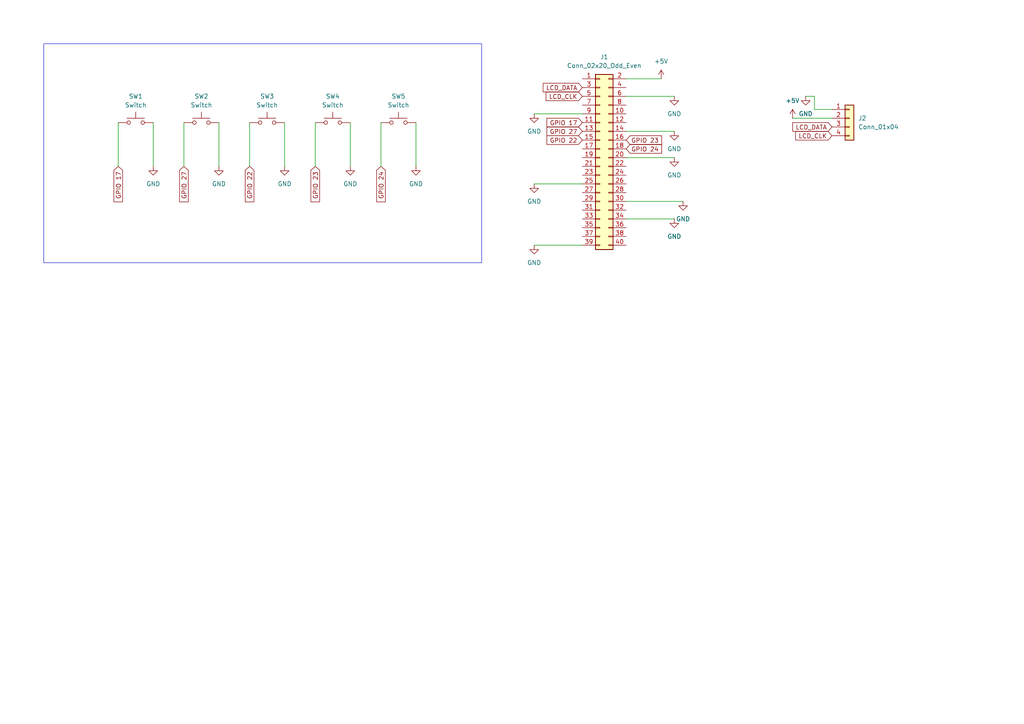
<source format=kicad_sch>
(kicad_sch
	(version 20231120)
	(generator "eeschema")
	(generator_version "8.0")
	(uuid "e264615a-cfc9-4c30-a9bd-ca174a1b283c")
	(paper "A4")
	(lib_symbols
		(symbol "Connector_Generic:Conn_01x04"
			(pin_names
				(offset 1.016) hide)
			(exclude_from_sim no)
			(in_bom yes)
			(on_board yes)
			(property "Reference" "J"
				(at 0 5.08 0)
				(effects
					(font
						(size 1.27 1.27)
					)
				)
			)
			(property "Value" "Conn_01x04"
				(at 0 -7.62 0)
				(effects
					(font
						(size 1.27 1.27)
					)
				)
			)
			(property "Footprint" ""
				(at 0 0 0)
				(effects
					(font
						(size 1.27 1.27)
					)
					(hide yes)
				)
			)
			(property "Datasheet" "~"
				(at 0 0 0)
				(effects
					(font
						(size 1.27 1.27)
					)
					(hide yes)
				)
			)
			(property "Description" "Generic connector, single row, 01x04, script generated (kicad-library-utils/schlib/autogen/connector/)"
				(at 0 0 0)
				(effects
					(font
						(size 1.27 1.27)
					)
					(hide yes)
				)
			)
			(property "ki_keywords" "connector"
				(at 0 0 0)
				(effects
					(font
						(size 1.27 1.27)
					)
					(hide yes)
				)
			)
			(property "ki_fp_filters" "Connector*:*_1x??_*"
				(at 0 0 0)
				(effects
					(font
						(size 1.27 1.27)
					)
					(hide yes)
				)
			)
			(symbol "Conn_01x04_1_1"
				(rectangle
					(start -1.27 -4.953)
					(end 0 -5.207)
					(stroke
						(width 0.1524)
						(type default)
					)
					(fill
						(type none)
					)
				)
				(rectangle
					(start -1.27 -2.413)
					(end 0 -2.667)
					(stroke
						(width 0.1524)
						(type default)
					)
					(fill
						(type none)
					)
				)
				(rectangle
					(start -1.27 0.127)
					(end 0 -0.127)
					(stroke
						(width 0.1524)
						(type default)
					)
					(fill
						(type none)
					)
				)
				(rectangle
					(start -1.27 2.667)
					(end 0 2.413)
					(stroke
						(width 0.1524)
						(type default)
					)
					(fill
						(type none)
					)
				)
				(rectangle
					(start -1.27 3.81)
					(end 1.27 -6.35)
					(stroke
						(width 0.254)
						(type default)
					)
					(fill
						(type background)
					)
				)
				(pin passive line
					(at -5.08 2.54 0)
					(length 3.81)
					(name "Pin_1"
						(effects
							(font
								(size 1.27 1.27)
							)
						)
					)
					(number "1"
						(effects
							(font
								(size 1.27 1.27)
							)
						)
					)
				)
				(pin passive line
					(at -5.08 0 0)
					(length 3.81)
					(name "Pin_2"
						(effects
							(font
								(size 1.27 1.27)
							)
						)
					)
					(number "2"
						(effects
							(font
								(size 1.27 1.27)
							)
						)
					)
				)
				(pin passive line
					(at -5.08 -2.54 0)
					(length 3.81)
					(name "Pin_3"
						(effects
							(font
								(size 1.27 1.27)
							)
						)
					)
					(number "3"
						(effects
							(font
								(size 1.27 1.27)
							)
						)
					)
				)
				(pin passive line
					(at -5.08 -5.08 0)
					(length 3.81)
					(name "Pin_4"
						(effects
							(font
								(size 1.27 1.27)
							)
						)
					)
					(number "4"
						(effects
							(font
								(size 1.27 1.27)
							)
						)
					)
				)
			)
		)
		(symbol "Connector_Generic:Conn_02x20_Odd_Even"
			(pin_names
				(offset 1.016) hide)
			(exclude_from_sim no)
			(in_bom yes)
			(on_board yes)
			(property "Reference" "J"
				(at 1.27 25.4 0)
				(effects
					(font
						(size 1.27 1.27)
					)
				)
			)
			(property "Value" "Conn_02x20_Odd_Even"
				(at 1.27 -27.94 0)
				(effects
					(font
						(size 1.27 1.27)
					)
				)
			)
			(property "Footprint" ""
				(at 0 0 0)
				(effects
					(font
						(size 1.27 1.27)
					)
					(hide yes)
				)
			)
			(property "Datasheet" "~"
				(at 0 0 0)
				(effects
					(font
						(size 1.27 1.27)
					)
					(hide yes)
				)
			)
			(property "Description" "Generic connector, double row, 02x20, odd/even pin numbering scheme (row 1 odd numbers, row 2 even numbers), script generated (kicad-library-utils/schlib/autogen/connector/)"
				(at 0 0 0)
				(effects
					(font
						(size 1.27 1.27)
					)
					(hide yes)
				)
			)
			(property "ki_keywords" "connector"
				(at 0 0 0)
				(effects
					(font
						(size 1.27 1.27)
					)
					(hide yes)
				)
			)
			(property "ki_fp_filters" "Connector*:*_2x??_*"
				(at 0 0 0)
				(effects
					(font
						(size 1.27 1.27)
					)
					(hide yes)
				)
			)
			(symbol "Conn_02x20_Odd_Even_1_1"
				(rectangle
					(start -1.27 -25.273)
					(end 0 -25.527)
					(stroke
						(width 0.1524)
						(type default)
					)
					(fill
						(type none)
					)
				)
				(rectangle
					(start -1.27 -22.733)
					(end 0 -22.987)
					(stroke
						(width 0.1524)
						(type default)
					)
					(fill
						(type none)
					)
				)
				(rectangle
					(start -1.27 -20.193)
					(end 0 -20.447)
					(stroke
						(width 0.1524)
						(type default)
					)
					(fill
						(type none)
					)
				)
				(rectangle
					(start -1.27 -17.653)
					(end 0 -17.907)
					(stroke
						(width 0.1524)
						(type default)
					)
					(fill
						(type none)
					)
				)
				(rectangle
					(start -1.27 -15.113)
					(end 0 -15.367)
					(stroke
						(width 0.1524)
						(type default)
					)
					(fill
						(type none)
					)
				)
				(rectangle
					(start -1.27 -12.573)
					(end 0 -12.827)
					(stroke
						(width 0.1524)
						(type default)
					)
					(fill
						(type none)
					)
				)
				(rectangle
					(start -1.27 -10.033)
					(end 0 -10.287)
					(stroke
						(width 0.1524)
						(type default)
					)
					(fill
						(type none)
					)
				)
				(rectangle
					(start -1.27 -7.493)
					(end 0 -7.747)
					(stroke
						(width 0.1524)
						(type default)
					)
					(fill
						(type none)
					)
				)
				(rectangle
					(start -1.27 -4.953)
					(end 0 -5.207)
					(stroke
						(width 0.1524)
						(type default)
					)
					(fill
						(type none)
					)
				)
				(rectangle
					(start -1.27 -2.413)
					(end 0 -2.667)
					(stroke
						(width 0.1524)
						(type default)
					)
					(fill
						(type none)
					)
				)
				(rectangle
					(start -1.27 0.127)
					(end 0 -0.127)
					(stroke
						(width 0.1524)
						(type default)
					)
					(fill
						(type none)
					)
				)
				(rectangle
					(start -1.27 2.667)
					(end 0 2.413)
					(stroke
						(width 0.1524)
						(type default)
					)
					(fill
						(type none)
					)
				)
				(rectangle
					(start -1.27 5.207)
					(end 0 4.953)
					(stroke
						(width 0.1524)
						(type default)
					)
					(fill
						(type none)
					)
				)
				(rectangle
					(start -1.27 7.747)
					(end 0 7.493)
					(stroke
						(width 0.1524)
						(type default)
					)
					(fill
						(type none)
					)
				)
				(rectangle
					(start -1.27 10.287)
					(end 0 10.033)
					(stroke
						(width 0.1524)
						(type default)
					)
					(fill
						(type none)
					)
				)
				(rectangle
					(start -1.27 12.827)
					(end 0 12.573)
					(stroke
						(width 0.1524)
						(type default)
					)
					(fill
						(type none)
					)
				)
				(rectangle
					(start -1.27 15.367)
					(end 0 15.113)
					(stroke
						(width 0.1524)
						(type default)
					)
					(fill
						(type none)
					)
				)
				(rectangle
					(start -1.27 17.907)
					(end 0 17.653)
					(stroke
						(width 0.1524)
						(type default)
					)
					(fill
						(type none)
					)
				)
				(rectangle
					(start -1.27 20.447)
					(end 0 20.193)
					(stroke
						(width 0.1524)
						(type default)
					)
					(fill
						(type none)
					)
				)
				(rectangle
					(start -1.27 22.987)
					(end 0 22.733)
					(stroke
						(width 0.1524)
						(type default)
					)
					(fill
						(type none)
					)
				)
				(rectangle
					(start -1.27 24.13)
					(end 3.81 -26.67)
					(stroke
						(width 0.254)
						(type default)
					)
					(fill
						(type background)
					)
				)
				(rectangle
					(start 3.81 -25.273)
					(end 2.54 -25.527)
					(stroke
						(width 0.1524)
						(type default)
					)
					(fill
						(type none)
					)
				)
				(rectangle
					(start 3.81 -22.733)
					(end 2.54 -22.987)
					(stroke
						(width 0.1524)
						(type default)
					)
					(fill
						(type none)
					)
				)
				(rectangle
					(start 3.81 -20.193)
					(end 2.54 -20.447)
					(stroke
						(width 0.1524)
						(type default)
					)
					(fill
						(type none)
					)
				)
				(rectangle
					(start 3.81 -17.653)
					(end 2.54 -17.907)
					(stroke
						(width 0.1524)
						(type default)
					)
					(fill
						(type none)
					)
				)
				(rectangle
					(start 3.81 -15.113)
					(end 2.54 -15.367)
					(stroke
						(width 0.1524)
						(type default)
					)
					(fill
						(type none)
					)
				)
				(rectangle
					(start 3.81 -12.573)
					(end 2.54 -12.827)
					(stroke
						(width 0.1524)
						(type default)
					)
					(fill
						(type none)
					)
				)
				(rectangle
					(start 3.81 -10.033)
					(end 2.54 -10.287)
					(stroke
						(width 0.1524)
						(type default)
					)
					(fill
						(type none)
					)
				)
				(rectangle
					(start 3.81 -7.493)
					(end 2.54 -7.747)
					(stroke
						(width 0.1524)
						(type default)
					)
					(fill
						(type none)
					)
				)
				(rectangle
					(start 3.81 -4.953)
					(end 2.54 -5.207)
					(stroke
						(width 0.1524)
						(type default)
					)
					(fill
						(type none)
					)
				)
				(rectangle
					(start 3.81 -2.413)
					(end 2.54 -2.667)
					(stroke
						(width 0.1524)
						(type default)
					)
					(fill
						(type none)
					)
				)
				(rectangle
					(start 3.81 0.127)
					(end 2.54 -0.127)
					(stroke
						(width 0.1524)
						(type default)
					)
					(fill
						(type none)
					)
				)
				(rectangle
					(start 3.81 2.667)
					(end 2.54 2.413)
					(stroke
						(width 0.1524)
						(type default)
					)
					(fill
						(type none)
					)
				)
				(rectangle
					(start 3.81 5.207)
					(end 2.54 4.953)
					(stroke
						(width 0.1524)
						(type default)
					)
					(fill
						(type none)
					)
				)
				(rectangle
					(start 3.81 7.747)
					(end 2.54 7.493)
					(stroke
						(width 0.1524)
						(type default)
					)
					(fill
						(type none)
					)
				)
				(rectangle
					(start 3.81 10.287)
					(end 2.54 10.033)
					(stroke
						(width 0.1524)
						(type default)
					)
					(fill
						(type none)
					)
				)
				(rectangle
					(start 3.81 12.827)
					(end 2.54 12.573)
					(stroke
						(width 0.1524)
						(type default)
					)
					(fill
						(type none)
					)
				)
				(rectangle
					(start 3.81 15.367)
					(end 2.54 15.113)
					(stroke
						(width 0.1524)
						(type default)
					)
					(fill
						(type none)
					)
				)
				(rectangle
					(start 3.81 17.907)
					(end 2.54 17.653)
					(stroke
						(width 0.1524)
						(type default)
					)
					(fill
						(type none)
					)
				)
				(rectangle
					(start 3.81 20.447)
					(end 2.54 20.193)
					(stroke
						(width 0.1524)
						(type default)
					)
					(fill
						(type none)
					)
				)
				(rectangle
					(start 3.81 22.987)
					(end 2.54 22.733)
					(stroke
						(width 0.1524)
						(type default)
					)
					(fill
						(type none)
					)
				)
				(pin passive line
					(at -5.08 22.86 0)
					(length 3.81)
					(name "Pin_1"
						(effects
							(font
								(size 1.27 1.27)
							)
						)
					)
					(number "1"
						(effects
							(font
								(size 1.27 1.27)
							)
						)
					)
				)
				(pin passive line
					(at 7.62 12.7 180)
					(length 3.81)
					(name "Pin_10"
						(effects
							(font
								(size 1.27 1.27)
							)
						)
					)
					(number "10"
						(effects
							(font
								(size 1.27 1.27)
							)
						)
					)
				)
				(pin passive line
					(at -5.08 10.16 0)
					(length 3.81)
					(name "Pin_11"
						(effects
							(font
								(size 1.27 1.27)
							)
						)
					)
					(number "11"
						(effects
							(font
								(size 1.27 1.27)
							)
						)
					)
				)
				(pin passive line
					(at 7.62 10.16 180)
					(length 3.81)
					(name "Pin_12"
						(effects
							(font
								(size 1.27 1.27)
							)
						)
					)
					(number "12"
						(effects
							(font
								(size 1.27 1.27)
							)
						)
					)
				)
				(pin passive line
					(at -5.08 7.62 0)
					(length 3.81)
					(name "Pin_13"
						(effects
							(font
								(size 1.27 1.27)
							)
						)
					)
					(number "13"
						(effects
							(font
								(size 1.27 1.27)
							)
						)
					)
				)
				(pin passive line
					(at 7.62 7.62 180)
					(length 3.81)
					(name "Pin_14"
						(effects
							(font
								(size 1.27 1.27)
							)
						)
					)
					(number "14"
						(effects
							(font
								(size 1.27 1.27)
							)
						)
					)
				)
				(pin passive line
					(at -5.08 5.08 0)
					(length 3.81)
					(name "Pin_15"
						(effects
							(font
								(size 1.27 1.27)
							)
						)
					)
					(number "15"
						(effects
							(font
								(size 1.27 1.27)
							)
						)
					)
				)
				(pin passive line
					(at 7.62 5.08 180)
					(length 3.81)
					(name "Pin_16"
						(effects
							(font
								(size 1.27 1.27)
							)
						)
					)
					(number "16"
						(effects
							(font
								(size 1.27 1.27)
							)
						)
					)
				)
				(pin passive line
					(at -5.08 2.54 0)
					(length 3.81)
					(name "Pin_17"
						(effects
							(font
								(size 1.27 1.27)
							)
						)
					)
					(number "17"
						(effects
							(font
								(size 1.27 1.27)
							)
						)
					)
				)
				(pin passive line
					(at 7.62 2.54 180)
					(length 3.81)
					(name "Pin_18"
						(effects
							(font
								(size 1.27 1.27)
							)
						)
					)
					(number "18"
						(effects
							(font
								(size 1.27 1.27)
							)
						)
					)
				)
				(pin passive line
					(at -5.08 0 0)
					(length 3.81)
					(name "Pin_19"
						(effects
							(font
								(size 1.27 1.27)
							)
						)
					)
					(number "19"
						(effects
							(font
								(size 1.27 1.27)
							)
						)
					)
				)
				(pin passive line
					(at 7.62 22.86 180)
					(length 3.81)
					(name "Pin_2"
						(effects
							(font
								(size 1.27 1.27)
							)
						)
					)
					(number "2"
						(effects
							(font
								(size 1.27 1.27)
							)
						)
					)
				)
				(pin passive line
					(at 7.62 0 180)
					(length 3.81)
					(name "Pin_20"
						(effects
							(font
								(size 1.27 1.27)
							)
						)
					)
					(number "20"
						(effects
							(font
								(size 1.27 1.27)
							)
						)
					)
				)
				(pin passive line
					(at -5.08 -2.54 0)
					(length 3.81)
					(name "Pin_21"
						(effects
							(font
								(size 1.27 1.27)
							)
						)
					)
					(number "21"
						(effects
							(font
								(size 1.27 1.27)
							)
						)
					)
				)
				(pin passive line
					(at 7.62 -2.54 180)
					(length 3.81)
					(name "Pin_22"
						(effects
							(font
								(size 1.27 1.27)
							)
						)
					)
					(number "22"
						(effects
							(font
								(size 1.27 1.27)
							)
						)
					)
				)
				(pin passive line
					(at -5.08 -5.08 0)
					(length 3.81)
					(name "Pin_23"
						(effects
							(font
								(size 1.27 1.27)
							)
						)
					)
					(number "23"
						(effects
							(font
								(size 1.27 1.27)
							)
						)
					)
				)
				(pin passive line
					(at 7.62 -5.08 180)
					(length 3.81)
					(name "Pin_24"
						(effects
							(font
								(size 1.27 1.27)
							)
						)
					)
					(number "24"
						(effects
							(font
								(size 1.27 1.27)
							)
						)
					)
				)
				(pin passive line
					(at -5.08 -7.62 0)
					(length 3.81)
					(name "Pin_25"
						(effects
							(font
								(size 1.27 1.27)
							)
						)
					)
					(number "25"
						(effects
							(font
								(size 1.27 1.27)
							)
						)
					)
				)
				(pin passive line
					(at 7.62 -7.62 180)
					(length 3.81)
					(name "Pin_26"
						(effects
							(font
								(size 1.27 1.27)
							)
						)
					)
					(number "26"
						(effects
							(font
								(size 1.27 1.27)
							)
						)
					)
				)
				(pin passive line
					(at -5.08 -10.16 0)
					(length 3.81)
					(name "Pin_27"
						(effects
							(font
								(size 1.27 1.27)
							)
						)
					)
					(number "27"
						(effects
							(font
								(size 1.27 1.27)
							)
						)
					)
				)
				(pin passive line
					(at 7.62 -10.16 180)
					(length 3.81)
					(name "Pin_28"
						(effects
							(font
								(size 1.27 1.27)
							)
						)
					)
					(number "28"
						(effects
							(font
								(size 1.27 1.27)
							)
						)
					)
				)
				(pin passive line
					(at -5.08 -12.7 0)
					(length 3.81)
					(name "Pin_29"
						(effects
							(font
								(size 1.27 1.27)
							)
						)
					)
					(number "29"
						(effects
							(font
								(size 1.27 1.27)
							)
						)
					)
				)
				(pin passive line
					(at -5.08 20.32 0)
					(length 3.81)
					(name "Pin_3"
						(effects
							(font
								(size 1.27 1.27)
							)
						)
					)
					(number "3"
						(effects
							(font
								(size 1.27 1.27)
							)
						)
					)
				)
				(pin passive line
					(at 7.62 -12.7 180)
					(length 3.81)
					(name "Pin_30"
						(effects
							(font
								(size 1.27 1.27)
							)
						)
					)
					(number "30"
						(effects
							(font
								(size 1.27 1.27)
							)
						)
					)
				)
				(pin passive line
					(at -5.08 -15.24 0)
					(length 3.81)
					(name "Pin_31"
						(effects
							(font
								(size 1.27 1.27)
							)
						)
					)
					(number "31"
						(effects
							(font
								(size 1.27 1.27)
							)
						)
					)
				)
				(pin passive line
					(at 7.62 -15.24 180)
					(length 3.81)
					(name "Pin_32"
						(effects
							(font
								(size 1.27 1.27)
							)
						)
					)
					(number "32"
						(effects
							(font
								(size 1.27 1.27)
							)
						)
					)
				)
				(pin passive line
					(at -5.08 -17.78 0)
					(length 3.81)
					(name "Pin_33"
						(effects
							(font
								(size 1.27 1.27)
							)
						)
					)
					(number "33"
						(effects
							(font
								(size 1.27 1.27)
							)
						)
					)
				)
				(pin passive line
					(at 7.62 -17.78 180)
					(length 3.81)
					(name "Pin_34"
						(effects
							(font
								(size 1.27 1.27)
							)
						)
					)
					(number "34"
						(effects
							(font
								(size 1.27 1.27)
							)
						)
					)
				)
				(pin passive line
					(at -5.08 -20.32 0)
					(length 3.81)
					(name "Pin_35"
						(effects
							(font
								(size 1.27 1.27)
							)
						)
					)
					(number "35"
						(effects
							(font
								(size 1.27 1.27)
							)
						)
					)
				)
				(pin passive line
					(at 7.62 -20.32 180)
					(length 3.81)
					(name "Pin_36"
						(effects
							(font
								(size 1.27 1.27)
							)
						)
					)
					(number "36"
						(effects
							(font
								(size 1.27 1.27)
							)
						)
					)
				)
				(pin passive line
					(at -5.08 -22.86 0)
					(length 3.81)
					(name "Pin_37"
						(effects
							(font
								(size 1.27 1.27)
							)
						)
					)
					(number "37"
						(effects
							(font
								(size 1.27 1.27)
							)
						)
					)
				)
				(pin passive line
					(at 7.62 -22.86 180)
					(length 3.81)
					(name "Pin_38"
						(effects
							(font
								(size 1.27 1.27)
							)
						)
					)
					(number "38"
						(effects
							(font
								(size 1.27 1.27)
							)
						)
					)
				)
				(pin passive line
					(at -5.08 -25.4 0)
					(length 3.81)
					(name "Pin_39"
						(effects
							(font
								(size 1.27 1.27)
							)
						)
					)
					(number "39"
						(effects
							(font
								(size 1.27 1.27)
							)
						)
					)
				)
				(pin passive line
					(at 7.62 20.32 180)
					(length 3.81)
					(name "Pin_4"
						(effects
							(font
								(size 1.27 1.27)
							)
						)
					)
					(number "4"
						(effects
							(font
								(size 1.27 1.27)
							)
						)
					)
				)
				(pin passive line
					(at 7.62 -25.4 180)
					(length 3.81)
					(name "Pin_40"
						(effects
							(font
								(size 1.27 1.27)
							)
						)
					)
					(number "40"
						(effects
							(font
								(size 1.27 1.27)
							)
						)
					)
				)
				(pin passive line
					(at -5.08 17.78 0)
					(length 3.81)
					(name "Pin_5"
						(effects
							(font
								(size 1.27 1.27)
							)
						)
					)
					(number "5"
						(effects
							(font
								(size 1.27 1.27)
							)
						)
					)
				)
				(pin passive line
					(at 7.62 17.78 180)
					(length 3.81)
					(name "Pin_6"
						(effects
							(font
								(size 1.27 1.27)
							)
						)
					)
					(number "6"
						(effects
							(font
								(size 1.27 1.27)
							)
						)
					)
				)
				(pin passive line
					(at -5.08 15.24 0)
					(length 3.81)
					(name "Pin_7"
						(effects
							(font
								(size 1.27 1.27)
							)
						)
					)
					(number "7"
						(effects
							(font
								(size 1.27 1.27)
							)
						)
					)
				)
				(pin passive line
					(at 7.62 15.24 180)
					(length 3.81)
					(name "Pin_8"
						(effects
							(font
								(size 1.27 1.27)
							)
						)
					)
					(number "8"
						(effects
							(font
								(size 1.27 1.27)
							)
						)
					)
				)
				(pin passive line
					(at -5.08 12.7 0)
					(length 3.81)
					(name "Pin_9"
						(effects
							(font
								(size 1.27 1.27)
							)
						)
					)
					(number "9"
						(effects
							(font
								(size 1.27 1.27)
							)
						)
					)
				)
			)
		)
		(symbol "ScottoKeebs:Placeholder_Switch"
			(pin_numbers hide)
			(pin_names
				(offset 1.016) hide)
			(exclude_from_sim no)
			(in_bom yes)
			(on_board yes)
			(property "Reference" "SW"
				(at 1.27 2.54 0)
				(effects
					(font
						(size 1.27 1.27)
					)
					(justify left)
				)
			)
			(property "Value" "Switch"
				(at 0 -1.524 0)
				(effects
					(font
						(size 1.27 1.27)
					)
				)
			)
			(property "Footprint" ""
				(at 0 5.08 0)
				(effects
					(font
						(size 1.27 1.27)
					)
					(hide yes)
				)
			)
			(property "Datasheet" "~"
				(at 0 5.08 0)
				(effects
					(font
						(size 1.27 1.27)
					)
					(hide yes)
				)
			)
			(property "Description" "Push button switch, generic, two pins"
				(at 0 0 0)
				(effects
					(font
						(size 1.27 1.27)
					)
					(hide yes)
				)
			)
			(property "ki_keywords" "switch normally-open pushbutton push-button"
				(at 0 0 0)
				(effects
					(font
						(size 1.27 1.27)
					)
					(hide yes)
				)
			)
			(symbol "Placeholder_Switch_0_1"
				(circle
					(center -2.032 0)
					(radius 0.508)
					(stroke
						(width 0)
						(type default)
					)
					(fill
						(type none)
					)
				)
				(polyline
					(pts
						(xy 0 1.27) (xy 0 3.048)
					)
					(stroke
						(width 0)
						(type default)
					)
					(fill
						(type none)
					)
				)
				(polyline
					(pts
						(xy 2.54 1.27) (xy -2.54 1.27)
					)
					(stroke
						(width 0)
						(type default)
					)
					(fill
						(type none)
					)
				)
				(circle
					(center 2.032 0)
					(radius 0.508)
					(stroke
						(width 0)
						(type default)
					)
					(fill
						(type none)
					)
				)
				(pin passive line
					(at -5.08 0 0)
					(length 2.54)
					(name "1"
						(effects
							(font
								(size 1.27 1.27)
							)
						)
					)
					(number "1"
						(effects
							(font
								(size 1.27 1.27)
							)
						)
					)
				)
				(pin passive line
					(at 5.08 0 180)
					(length 2.54)
					(name "2"
						(effects
							(font
								(size 1.27 1.27)
							)
						)
					)
					(number "2"
						(effects
							(font
								(size 1.27 1.27)
							)
						)
					)
				)
			)
		)
		(symbol "power:+5V"
			(power)
			(pin_numbers hide)
			(pin_names
				(offset 0) hide)
			(exclude_from_sim no)
			(in_bom yes)
			(on_board yes)
			(property "Reference" "#PWR"
				(at 0 -3.81 0)
				(effects
					(font
						(size 1.27 1.27)
					)
					(hide yes)
				)
			)
			(property "Value" "+5V"
				(at 0 3.556 0)
				(effects
					(font
						(size 1.27 1.27)
					)
				)
			)
			(property "Footprint" ""
				(at 0 0 0)
				(effects
					(font
						(size 1.27 1.27)
					)
					(hide yes)
				)
			)
			(property "Datasheet" ""
				(at 0 0 0)
				(effects
					(font
						(size 1.27 1.27)
					)
					(hide yes)
				)
			)
			(property "Description" "Power symbol creates a global label with name \"+5V\""
				(at 0 0 0)
				(effects
					(font
						(size 1.27 1.27)
					)
					(hide yes)
				)
			)
			(property "ki_keywords" "global power"
				(at 0 0 0)
				(effects
					(font
						(size 1.27 1.27)
					)
					(hide yes)
				)
			)
			(symbol "+5V_0_1"
				(polyline
					(pts
						(xy -0.762 1.27) (xy 0 2.54)
					)
					(stroke
						(width 0)
						(type default)
					)
					(fill
						(type none)
					)
				)
				(polyline
					(pts
						(xy 0 0) (xy 0 2.54)
					)
					(stroke
						(width 0)
						(type default)
					)
					(fill
						(type none)
					)
				)
				(polyline
					(pts
						(xy 0 2.54) (xy 0.762 1.27)
					)
					(stroke
						(width 0)
						(type default)
					)
					(fill
						(type none)
					)
				)
			)
			(symbol "+5V_1_1"
				(pin power_in line
					(at 0 0 90)
					(length 0)
					(name "~"
						(effects
							(font
								(size 1.27 1.27)
							)
						)
					)
					(number "1"
						(effects
							(font
								(size 1.27 1.27)
							)
						)
					)
				)
			)
		)
		(symbol "power:GND"
			(power)
			(pin_numbers hide)
			(pin_names
				(offset 0) hide)
			(exclude_from_sim no)
			(in_bom yes)
			(on_board yes)
			(property "Reference" "#PWR"
				(at 0 -6.35 0)
				(effects
					(font
						(size 1.27 1.27)
					)
					(hide yes)
				)
			)
			(property "Value" "GND"
				(at 0 -3.81 0)
				(effects
					(font
						(size 1.27 1.27)
					)
				)
			)
			(property "Footprint" ""
				(at 0 0 0)
				(effects
					(font
						(size 1.27 1.27)
					)
					(hide yes)
				)
			)
			(property "Datasheet" ""
				(at 0 0 0)
				(effects
					(font
						(size 1.27 1.27)
					)
					(hide yes)
				)
			)
			(property "Description" "Power symbol creates a global label with name \"GND\" , ground"
				(at 0 0 0)
				(effects
					(font
						(size 1.27 1.27)
					)
					(hide yes)
				)
			)
			(property "ki_keywords" "global power"
				(at 0 0 0)
				(effects
					(font
						(size 1.27 1.27)
					)
					(hide yes)
				)
			)
			(symbol "GND_0_1"
				(polyline
					(pts
						(xy 0 0) (xy 0 -1.27) (xy 1.27 -1.27) (xy 0 -2.54) (xy -1.27 -1.27) (xy 0 -1.27)
					)
					(stroke
						(width 0)
						(type default)
					)
					(fill
						(type none)
					)
				)
			)
			(symbol "GND_1_1"
				(pin power_in line
					(at 0 0 270)
					(length 0)
					(name "~"
						(effects
							(font
								(size 1.27 1.27)
							)
						)
					)
					(number "1"
						(effects
							(font
								(size 1.27 1.27)
							)
						)
					)
				)
			)
		)
	)
	(wire
		(pts
			(xy 91.44 35.56) (xy 91.44 48.26)
		)
		(stroke
			(width 0)
			(type default)
		)
		(uuid "046f3afe-db12-4559-9e15-dc51e1f360fa")
	)
	(wire
		(pts
			(xy 34.29 35.56) (xy 34.29 48.26)
		)
		(stroke
			(width 0)
			(type default)
		)
		(uuid "05e1dcea-6a41-41f3-92ba-22aed6f466b9")
	)
	(wire
		(pts
			(xy 154.94 33.02) (xy 168.91 33.02)
		)
		(stroke
			(width 0)
			(type default)
		)
		(uuid "1b3bbb1c-e95e-476a-abbf-d731fd32dec1")
	)
	(wire
		(pts
			(xy 44.45 35.56) (xy 44.45 48.26)
		)
		(stroke
			(width 0)
			(type default)
		)
		(uuid "2c49c08c-9c33-42db-8bd8-e337b637b5c2")
	)
	(wire
		(pts
			(xy 236.22 27.94) (xy 236.22 31.75)
		)
		(stroke
			(width 0)
			(type default)
		)
		(uuid "31f7ea5d-822b-4c0b-9e3f-98b289c5ef1e")
	)
	(wire
		(pts
			(xy 82.55 35.56) (xy 82.55 48.26)
		)
		(stroke
			(width 0)
			(type default)
		)
		(uuid "49d4a8d0-7f41-4306-85f9-206c0990cd65")
	)
	(wire
		(pts
			(xy 191.77 22.86) (xy 181.61 22.86)
		)
		(stroke
			(width 0)
			(type default)
		)
		(uuid "7b6925c0-0302-4d2b-a989-d60124b66cda")
	)
	(wire
		(pts
			(xy 120.65 35.56) (xy 120.65 48.26)
		)
		(stroke
			(width 0)
			(type default)
		)
		(uuid "8b2dd447-754e-4ac7-b162-52badb22d703")
	)
	(wire
		(pts
			(xy 195.58 27.94) (xy 181.61 27.94)
		)
		(stroke
			(width 0)
			(type default)
		)
		(uuid "9381b2c4-be73-44f7-b5c6-a64076949b4a")
	)
	(wire
		(pts
			(xy 53.34 35.56) (xy 53.34 48.26)
		)
		(stroke
			(width 0)
			(type default)
		)
		(uuid "94211727-aea2-411e-9b39-a2d1be8694ea")
	)
	(wire
		(pts
			(xy 195.58 38.1) (xy 181.61 38.1)
		)
		(stroke
			(width 0)
			(type default)
		)
		(uuid "961804d4-7428-43aa-9b3c-e8633ea65b40")
	)
	(wire
		(pts
			(xy 110.49 35.56) (xy 110.49 48.26)
		)
		(stroke
			(width 0)
			(type default)
		)
		(uuid "9d40dba9-c6c3-4638-a2ca-4e4c0f41d2bf")
	)
	(wire
		(pts
			(xy 154.94 71.12) (xy 168.91 71.12)
		)
		(stroke
			(width 0)
			(type default)
		)
		(uuid "a8dbc8d1-fb41-4bb5-ae60-39d09ddbf912")
	)
	(wire
		(pts
			(xy 198.12 58.42) (xy 181.61 58.42)
		)
		(stroke
			(width 0)
			(type default)
		)
		(uuid "b5ed48a6-b3b3-49b7-981f-68c0cd89ce56")
	)
	(wire
		(pts
			(xy 101.6 35.56) (xy 101.6 48.26)
		)
		(stroke
			(width 0)
			(type default)
		)
		(uuid "b6c88186-b6e5-48e8-9a3f-0396eed134f1")
	)
	(wire
		(pts
			(xy 195.58 63.5) (xy 181.61 63.5)
		)
		(stroke
			(width 0)
			(type default)
		)
		(uuid "c099d523-8871-43af-9223-f1b8f7c042b7")
	)
	(wire
		(pts
			(xy 72.39 35.56) (xy 72.39 48.26)
		)
		(stroke
			(width 0)
			(type default)
		)
		(uuid "c46681b1-cb69-450b-b613-e0df8899343c")
	)
	(wire
		(pts
			(xy 154.94 53.34) (xy 168.91 53.34)
		)
		(stroke
			(width 0)
			(type default)
		)
		(uuid "ccbefa39-c679-4de6-b1da-d9bdc64bc5e9")
	)
	(wire
		(pts
			(xy 195.58 45.72) (xy 181.61 45.72)
		)
		(stroke
			(width 0)
			(type default)
		)
		(uuid "cee0df8b-3fa3-4643-9b95-ddaa648d37d8")
	)
	(wire
		(pts
			(xy 63.5 35.56) (xy 63.5 48.26)
		)
		(stroke
			(width 0)
			(type default)
		)
		(uuid "d69dd72f-4394-4d5a-96c2-54f58895286e")
	)
	(wire
		(pts
			(xy 233.68 27.94) (xy 236.22 27.94)
		)
		(stroke
			(width 0)
			(type default)
		)
		(uuid "d6b747bf-03e6-403c-8e01-df7040147b9c")
	)
	(wire
		(pts
			(xy 236.22 31.75) (xy 241.3 31.75)
		)
		(stroke
			(width 0)
			(type default)
		)
		(uuid "f075de82-d9f2-49d9-b9df-fed5cdf493c7")
	)
	(wire
		(pts
			(xy 229.87 34.29) (xy 241.3 34.29)
		)
		(stroke
			(width 0)
			(type default)
		)
		(uuid "f9f18182-8dee-453a-a8b2-e4c1d56b5a6d")
	)
	(rectangle
		(start 12.7 12.7)
		(end 139.7 76.2)
		(stroke
			(width 0.127)
			(type default)
		)
		(fill
			(type none)
		)
		(uuid 3646c9c7-232a-47ef-b786-c4ab09303947)
	)
	(global_label "GPIO 27"
		(shape input)
		(at 168.91 38.1 180)
		(fields_autoplaced yes)
		(effects
			(font
				(size 1.27 1.27)
			)
			(justify right)
		)
		(uuid "13548c8f-9dfb-47c6-b058-b633bd92a500")
		(property "Intersheetrefs" "${INTERSHEET_REFS}"
			(at 158.0629 38.1 0)
			(effects
				(font
					(size 1.27 1.27)
				)
				(justify right)
				(hide yes)
			)
		)
	)
	(global_label "GPIO 27"
		(shape input)
		(at 53.34 48.26 270)
		(fields_autoplaced yes)
		(effects
			(font
				(size 1.27 1.27)
			)
			(justify right)
		)
		(uuid "586e0cfe-4af4-4afb-b7d3-02fba4e9eb03")
		(property "Intersheetrefs" "${INTERSHEET_REFS}"
			(at 53.34 59.1071 90)
			(effects
				(font
					(size 1.27 1.27)
				)
				(justify right)
				(hide yes)
			)
		)
	)
	(global_label "GPIO 17"
		(shape input)
		(at 168.91 35.56 180)
		(fields_autoplaced yes)
		(effects
			(font
				(size 1.27 1.27)
			)
			(justify right)
		)
		(uuid "65362c9c-152e-411f-af4f-6344c5ee6ec5")
		(property "Intersheetrefs" "${INTERSHEET_REFS}"
			(at 158.0629 35.56 0)
			(effects
				(font
					(size 1.27 1.27)
				)
				(justify right)
				(hide yes)
			)
		)
	)
	(global_label "GPIO 22"
		(shape input)
		(at 168.91 40.64 180)
		(fields_autoplaced yes)
		(effects
			(font
				(size 1.27 1.27)
			)
			(justify right)
		)
		(uuid "78ed6c82-cfef-467e-8acc-ad5f435fa1ed")
		(property "Intersheetrefs" "${INTERSHEET_REFS}"
			(at 158.0629 40.64 0)
			(effects
				(font
					(size 1.27 1.27)
				)
				(justify right)
				(hide yes)
			)
		)
	)
	(global_label "GPIO 17"
		(shape input)
		(at 34.29 48.26 270)
		(fields_autoplaced yes)
		(effects
			(font
				(size 1.27 1.27)
			)
			(justify right)
		)
		(uuid "81cd23dc-e13e-4355-9008-7fbe74545770")
		(property "Intersheetrefs" "${INTERSHEET_REFS}"
			(at 34.29 59.1071 90)
			(effects
				(font
					(size 1.27 1.27)
				)
				(justify right)
				(hide yes)
			)
		)
	)
	(global_label "GPIO 24"
		(shape input)
		(at 110.49 48.26 270)
		(fields_autoplaced yes)
		(effects
			(font
				(size 1.27 1.27)
			)
			(justify right)
		)
		(uuid "8b77b3c2-4cd5-4190-a9d8-ac46947a8e1d")
		(property "Intersheetrefs" "${INTERSHEET_REFS}"
			(at 110.49 59.1071 90)
			(effects
				(font
					(size 1.27 1.27)
				)
				(justify right)
				(hide yes)
			)
		)
	)
	(global_label "GPIO 23"
		(shape input)
		(at 91.44 48.26 270)
		(fields_autoplaced yes)
		(effects
			(font
				(size 1.27 1.27)
			)
			(justify right)
		)
		(uuid "9fbbd7b5-eb78-4e8b-b63a-a2d821018984")
		(property "Intersheetrefs" "${INTERSHEET_REFS}"
			(at 91.44 59.1071 90)
			(effects
				(font
					(size 1.27 1.27)
				)
				(justify right)
				(hide yes)
			)
		)
	)
	(global_label "LCD_DATA"
		(shape input)
		(at 168.91 25.4 180)
		(fields_autoplaced yes)
		(effects
			(font
				(size 1.27 1.27)
			)
			(justify right)
		)
		(uuid "a04f0e8a-6ab2-43f8-912d-5de3d364dcdc")
		(property "Intersheetrefs" "${INTERSHEET_REFS}"
			(at 156.9743 25.4 0)
			(effects
				(font
					(size 1.27 1.27)
				)
				(justify right)
				(hide yes)
			)
		)
	)
	(global_label "LCD_DATA"
		(shape input)
		(at 241.3 36.83 180)
		(fields_autoplaced yes)
		(effects
			(font
				(size 1.27 1.27)
			)
			(justify right)
		)
		(uuid "b190b037-4197-4171-b7fc-82d48b25a4ce")
		(property "Intersheetrefs" "${INTERSHEET_REFS}"
			(at 229.3643 36.83 0)
			(effects
				(font
					(size 1.27 1.27)
				)
				(justify right)
				(hide yes)
			)
		)
	)
	(global_label "GPIO 23"
		(shape input)
		(at 181.61 40.64 0)
		(fields_autoplaced yes)
		(effects
			(font
				(size 1.27 1.27)
			)
			(justify left)
		)
		(uuid "e10d1ee3-1b9c-4223-8711-990a157a209d")
		(property "Intersheetrefs" "${INTERSHEET_REFS}"
			(at 192.4571 40.64 0)
			(effects
				(font
					(size 1.27 1.27)
				)
				(justify left)
				(hide yes)
			)
		)
	)
	(global_label "LCD_CLK"
		(shape input)
		(at 241.3 39.37 180)
		(fields_autoplaced yes)
		(effects
			(font
				(size 1.27 1.27)
			)
			(justify right)
		)
		(uuid "e441ad67-6d6c-483a-aa00-0e198ee08a5c")
		(property "Intersheetrefs" "${INTERSHEET_REFS}"
			(at 230.211 39.37 0)
			(effects
				(font
					(size 1.27 1.27)
				)
				(justify right)
				(hide yes)
			)
		)
	)
	(global_label "GPIO 22"
		(shape input)
		(at 72.39 48.26 270)
		(fields_autoplaced yes)
		(effects
			(font
				(size 1.27 1.27)
			)
			(justify right)
		)
		(uuid "ee376c50-9025-4f58-8938-aa9b45a76ba3")
		(property "Intersheetrefs" "${INTERSHEET_REFS}"
			(at 72.39 59.1071 90)
			(effects
				(font
					(size 1.27 1.27)
				)
				(justify right)
				(hide yes)
			)
		)
	)
	(global_label "GPIO 24"
		(shape input)
		(at 181.61 43.18 0)
		(fields_autoplaced yes)
		(effects
			(font
				(size 1.27 1.27)
			)
			(justify left)
		)
		(uuid "f18b16cb-17ed-4886-8a55-4e76e6a43d2a")
		(property "Intersheetrefs" "${INTERSHEET_REFS}"
			(at 192.4571 43.18 0)
			(effects
				(font
					(size 1.27 1.27)
				)
				(justify left)
				(hide yes)
			)
		)
	)
	(global_label "LCD_CLK"
		(shape input)
		(at 168.91 27.94 180)
		(fields_autoplaced yes)
		(effects
			(font
				(size 1.27 1.27)
			)
			(justify right)
		)
		(uuid "fea22f0c-b9c5-424f-a6e1-42f4548bc40f")
		(property "Intersheetrefs" "${INTERSHEET_REFS}"
			(at 157.821 27.94 0)
			(effects
				(font
					(size 1.27 1.27)
				)
				(justify right)
				(hide yes)
			)
		)
	)
	(symbol
		(lib_id "power:GND")
		(at 195.58 45.72 0)
		(unit 1)
		(exclude_from_sim no)
		(in_bom yes)
		(on_board yes)
		(dnp no)
		(fields_autoplaced yes)
		(uuid "0037fe4d-c6ca-43f7-9e47-a990a4a77dfc")
		(property "Reference" "#PWR010"
			(at 195.58 52.07 0)
			(effects
				(font
					(size 1.27 1.27)
				)
				(hide yes)
			)
		)
		(property "Value" "GND"
			(at 195.58 50.8 0)
			(effects
				(font
					(size 1.27 1.27)
				)
			)
		)
		(property "Footprint" ""
			(at 195.58 45.72 0)
			(effects
				(font
					(size 1.27 1.27)
				)
				(hide yes)
			)
		)
		(property "Datasheet" ""
			(at 195.58 45.72 0)
			(effects
				(font
					(size 1.27 1.27)
				)
				(hide yes)
			)
		)
		(property "Description" "Power symbol creates a global label with name \"GND\" , ground"
			(at 195.58 45.72 0)
			(effects
				(font
					(size 1.27 1.27)
				)
				(hide yes)
			)
		)
		(pin "1"
			(uuid "70abde12-e672-4d2d-a8a4-52eb16b6c189")
		)
		(instances
			(project "media-thingy"
				(path "/e264615a-cfc9-4c30-a9bd-ca174a1b283c"
					(reference "#PWR010")
					(unit 1)
				)
			)
		)
	)
	(symbol
		(lib_id "ScottoKeebs:Placeholder_Switch")
		(at 77.47 35.56 0)
		(unit 1)
		(exclude_from_sim no)
		(in_bom yes)
		(on_board yes)
		(dnp no)
		(fields_autoplaced yes)
		(uuid "039bd54e-d243-474b-ac85-38c8d35b862f")
		(property "Reference" "SW3"
			(at 77.47 27.94 0)
			(effects
				(font
					(size 1.27 1.27)
				)
			)
		)
		(property "Value" "Switch"
			(at 77.47 30.48 0)
			(effects
				(font
					(size 1.27 1.27)
				)
			)
		)
		(property "Footprint" "ScottoKeebs_Hotswap:Hotswap_MX"
			(at 77.47 30.48 0)
			(effects
				(font
					(size 1.27 1.27)
				)
				(hide yes)
			)
		)
		(property "Datasheet" "~"
			(at 77.47 30.48 0)
			(effects
				(font
					(size 1.27 1.27)
				)
				(hide yes)
			)
		)
		(property "Description" "Push button switch, generic, two pins"
			(at 77.47 35.56 0)
			(effects
				(font
					(size 1.27 1.27)
				)
				(hide yes)
			)
		)
		(pin "1"
			(uuid "9dc7c855-0960-4efe-8a30-a1c1f874a4ad")
		)
		(pin "2"
			(uuid "b06a356f-8577-4ad7-bece-6e0cb5a5aeaa")
		)
		(instances
			(project "media-thingy"
				(path "/e264615a-cfc9-4c30-a9bd-ca174a1b283c"
					(reference "SW3")
					(unit 1)
				)
			)
		)
	)
	(symbol
		(lib_id "power:GND")
		(at 120.65 48.26 0)
		(unit 1)
		(exclude_from_sim no)
		(in_bom yes)
		(on_board yes)
		(dnp no)
		(fields_autoplaced yes)
		(uuid "084026ce-7906-458e-9361-a26749525de1")
		(property "Reference" "#PWR06"
			(at 120.65 54.61 0)
			(effects
				(font
					(size 1.27 1.27)
				)
				(hide yes)
			)
		)
		(property "Value" "GND"
			(at 120.65 53.34 0)
			(effects
				(font
					(size 1.27 1.27)
				)
			)
		)
		(property "Footprint" ""
			(at 120.65 48.26 0)
			(effects
				(font
					(size 1.27 1.27)
				)
				(hide yes)
			)
		)
		(property "Datasheet" ""
			(at 120.65 48.26 0)
			(effects
				(font
					(size 1.27 1.27)
				)
				(hide yes)
			)
		)
		(property "Description" "Power symbol creates a global label with name \"GND\" , ground"
			(at 120.65 48.26 0)
			(effects
				(font
					(size 1.27 1.27)
				)
				(hide yes)
			)
		)
		(pin "1"
			(uuid "245778ea-bef0-41fa-a98f-b0ab78b65638")
		)
		(instances
			(project "media-thingy"
				(path "/e264615a-cfc9-4c30-a9bd-ca174a1b283c"
					(reference "#PWR06")
					(unit 1)
				)
			)
		)
	)
	(symbol
		(lib_id "power:+5V")
		(at 229.87 34.29 0)
		(unit 1)
		(exclude_from_sim no)
		(in_bom yes)
		(on_board yes)
		(dnp no)
		(fields_autoplaced yes)
		(uuid "1ec04bdb-bd4f-4a54-8fda-3eb666e45429")
		(property "Reference" "#PWR016"
			(at 229.87 38.1 0)
			(effects
				(font
					(size 1.27 1.27)
				)
				(hide yes)
			)
		)
		(property "Value" "+5V"
			(at 229.87 29.21 0)
			(effects
				(font
					(size 1.27 1.27)
				)
			)
		)
		(property "Footprint" ""
			(at 229.87 34.29 0)
			(effects
				(font
					(size 1.27 1.27)
				)
				(hide yes)
			)
		)
		(property "Datasheet" ""
			(at 229.87 34.29 0)
			(effects
				(font
					(size 1.27 1.27)
				)
				(hide yes)
			)
		)
		(property "Description" "Power symbol creates a global label with name \"+5V\""
			(at 229.87 34.29 0)
			(effects
				(font
					(size 1.27 1.27)
				)
				(hide yes)
			)
		)
		(pin "1"
			(uuid "c0b4e03d-f807-48cc-a0c3-96722a4304c2")
		)
		(instances
			(project "media-thingy"
				(path "/e264615a-cfc9-4c30-a9bd-ca174a1b283c"
					(reference "#PWR016")
					(unit 1)
				)
			)
		)
	)
	(symbol
		(lib_id "power:GND")
		(at 63.5 48.26 0)
		(unit 1)
		(exclude_from_sim no)
		(in_bom yes)
		(on_board yes)
		(dnp no)
		(fields_autoplaced yes)
		(uuid "28f5e417-6664-478f-b112-94585cc4dab1")
		(property "Reference" "#PWR03"
			(at 63.5 54.61 0)
			(effects
				(font
					(size 1.27 1.27)
				)
				(hide yes)
			)
		)
		(property "Value" "GND"
			(at 63.5 53.34 0)
			(effects
				(font
					(size 1.27 1.27)
				)
			)
		)
		(property "Footprint" ""
			(at 63.5 48.26 0)
			(effects
				(font
					(size 1.27 1.27)
				)
				(hide yes)
			)
		)
		(property "Datasheet" ""
			(at 63.5 48.26 0)
			(effects
				(font
					(size 1.27 1.27)
				)
				(hide yes)
			)
		)
		(property "Description" "Power symbol creates a global label with name \"GND\" , ground"
			(at 63.5 48.26 0)
			(effects
				(font
					(size 1.27 1.27)
				)
				(hide yes)
			)
		)
		(pin "1"
			(uuid "7ad5efc2-7d9a-42c8-aae3-6e3119a0d43a")
		)
		(instances
			(project "media-thingy"
				(path "/e264615a-cfc9-4c30-a9bd-ca174a1b283c"
					(reference "#PWR03")
					(unit 1)
				)
			)
		)
	)
	(symbol
		(lib_id "power:GND")
		(at 195.58 63.5 0)
		(unit 1)
		(exclude_from_sim no)
		(in_bom yes)
		(on_board yes)
		(dnp no)
		(fields_autoplaced yes)
		(uuid "37705c12-ab7d-4a9e-89e2-5eea99a4b069")
		(property "Reference" "#PWR08"
			(at 195.58 69.85 0)
			(effects
				(font
					(size 1.27 1.27)
				)
				(hide yes)
			)
		)
		(property "Value" "GND"
			(at 195.58 68.58 0)
			(effects
				(font
					(size 1.27 1.27)
				)
			)
		)
		(property "Footprint" ""
			(at 195.58 63.5 0)
			(effects
				(font
					(size 1.27 1.27)
				)
				(hide yes)
			)
		)
		(property "Datasheet" ""
			(at 195.58 63.5 0)
			(effects
				(font
					(size 1.27 1.27)
				)
				(hide yes)
			)
		)
		(property "Description" "Power symbol creates a global label with name \"GND\" , ground"
			(at 195.58 63.5 0)
			(effects
				(font
					(size 1.27 1.27)
				)
				(hide yes)
			)
		)
		(pin "1"
			(uuid "d5b35189-9693-41f3-ae6f-953861c868a9")
		)
		(instances
			(project "media-thingy"
				(path "/e264615a-cfc9-4c30-a9bd-ca174a1b283c"
					(reference "#PWR08")
					(unit 1)
				)
			)
		)
	)
	(symbol
		(lib_id "power:GND")
		(at 154.94 71.12 0)
		(unit 1)
		(exclude_from_sim no)
		(in_bom yes)
		(on_board yes)
		(dnp no)
		(fields_autoplaced yes)
		(uuid "3a6eda4f-2e74-4bf3-9e24-89d6753acd0e")
		(property "Reference" "#PWR07"
			(at 154.94 77.47 0)
			(effects
				(font
					(size 1.27 1.27)
				)
				(hide yes)
			)
		)
		(property "Value" "GND"
			(at 154.94 76.2 0)
			(effects
				(font
					(size 1.27 1.27)
				)
			)
		)
		(property "Footprint" ""
			(at 154.94 71.12 0)
			(effects
				(font
					(size 1.27 1.27)
				)
				(hide yes)
			)
		)
		(property "Datasheet" ""
			(at 154.94 71.12 0)
			(effects
				(font
					(size 1.27 1.27)
				)
				(hide yes)
			)
		)
		(property "Description" "Power symbol creates a global label with name \"GND\" , ground"
			(at 154.94 71.12 0)
			(effects
				(font
					(size 1.27 1.27)
				)
				(hide yes)
			)
		)
		(pin "1"
			(uuid "74457c99-54d8-4357-824f-ff7afada3668")
		)
		(instances
			(project "media-thingy"
				(path "/e264615a-cfc9-4c30-a9bd-ca174a1b283c"
					(reference "#PWR07")
					(unit 1)
				)
			)
		)
	)
	(symbol
		(lib_id "power:GND")
		(at 154.94 53.34 0)
		(unit 1)
		(exclude_from_sim no)
		(in_bom yes)
		(on_board yes)
		(dnp no)
		(fields_autoplaced yes)
		(uuid "3d08fd45-7855-4c97-afc9-daa4afbf8069")
		(property "Reference" "#PWR01"
			(at 154.94 59.69 0)
			(effects
				(font
					(size 1.27 1.27)
				)
				(hide yes)
			)
		)
		(property "Value" "GND"
			(at 154.94 58.42 0)
			(effects
				(font
					(size 1.27 1.27)
				)
			)
		)
		(property "Footprint" ""
			(at 154.94 53.34 0)
			(effects
				(font
					(size 1.27 1.27)
				)
				(hide yes)
			)
		)
		(property "Datasheet" ""
			(at 154.94 53.34 0)
			(effects
				(font
					(size 1.27 1.27)
				)
				(hide yes)
			)
		)
		(property "Description" "Power symbol creates a global label with name \"GND\" , ground"
			(at 154.94 53.34 0)
			(effects
				(font
					(size 1.27 1.27)
				)
				(hide yes)
			)
		)
		(pin "1"
			(uuid "62e164a3-c754-4861-960f-2de16a84a9af")
		)
		(instances
			(project "media-thingy"
				(path "/e264615a-cfc9-4c30-a9bd-ca174a1b283c"
					(reference "#PWR01")
					(unit 1)
				)
			)
		)
	)
	(symbol
		(lib_id "ScottoKeebs:Placeholder_Switch")
		(at 96.52 35.56 0)
		(unit 1)
		(exclude_from_sim no)
		(in_bom yes)
		(on_board yes)
		(dnp no)
		(fields_autoplaced yes)
		(uuid "60aae27e-87c0-4d17-bae5-810381796404")
		(property "Reference" "SW4"
			(at 96.52 27.94 0)
			(effects
				(font
					(size 1.27 1.27)
				)
			)
		)
		(property "Value" "Switch"
			(at 96.52 30.48 0)
			(effects
				(font
					(size 1.27 1.27)
				)
			)
		)
		(property "Footprint" "ScottoKeebs_Hotswap:Hotswap_MX"
			(at 96.52 30.48 0)
			(effects
				(font
					(size 1.27 1.27)
				)
				(hide yes)
			)
		)
		(property "Datasheet" "~"
			(at 96.52 30.48 0)
			(effects
				(font
					(size 1.27 1.27)
				)
				(hide yes)
			)
		)
		(property "Description" "Push button switch, generic, two pins"
			(at 96.52 35.56 0)
			(effects
				(font
					(size 1.27 1.27)
				)
				(hide yes)
			)
		)
		(pin "1"
			(uuid "593f8689-d227-441f-bf6d-7c57a494ba7d")
		)
		(pin "2"
			(uuid "7041a1fa-b4c5-4860-aaf0-b41cc8de923f")
		)
		(instances
			(project "media-thingy"
				(path "/e264615a-cfc9-4c30-a9bd-ca174a1b283c"
					(reference "SW4")
					(unit 1)
				)
			)
		)
	)
	(symbol
		(lib_id "ScottoKeebs:Placeholder_Switch")
		(at 115.57 35.56 0)
		(unit 1)
		(exclude_from_sim no)
		(in_bom yes)
		(on_board yes)
		(dnp no)
		(fields_autoplaced yes)
		(uuid "67acb3d7-c05c-4380-b6b9-21ba08d85140")
		(property "Reference" "SW5"
			(at 115.57 27.94 0)
			(effects
				(font
					(size 1.27 1.27)
				)
			)
		)
		(property "Value" "Switch"
			(at 115.57 30.48 0)
			(effects
				(font
					(size 1.27 1.27)
				)
			)
		)
		(property "Footprint" "ScottoKeebs_Hotswap:Hotswap_MX"
			(at 115.57 30.48 0)
			(effects
				(font
					(size 1.27 1.27)
				)
				(hide yes)
			)
		)
		(property "Datasheet" "~"
			(at 115.57 30.48 0)
			(effects
				(font
					(size 1.27 1.27)
				)
				(hide yes)
			)
		)
		(property "Description" "Push button switch, generic, two pins"
			(at 115.57 35.56 0)
			(effects
				(font
					(size 1.27 1.27)
				)
				(hide yes)
			)
		)
		(pin "1"
			(uuid "3d389a5a-9d13-4c0a-b084-50ef71545621")
		)
		(pin "2"
			(uuid "bf2838c5-c431-4944-9bf4-73a3533222f8")
		)
		(instances
			(project "media-thingy"
				(path "/e264615a-cfc9-4c30-a9bd-ca174a1b283c"
					(reference "SW5")
					(unit 1)
				)
			)
		)
	)
	(symbol
		(lib_id "ScottoKeebs:Placeholder_Switch")
		(at 39.37 35.56 0)
		(unit 1)
		(exclude_from_sim no)
		(in_bom yes)
		(on_board yes)
		(dnp no)
		(fields_autoplaced yes)
		(uuid "759a2094-8a93-4c5b-9d4c-0fcb3e6f1912")
		(property "Reference" "SW1"
			(at 39.37 27.94 0)
			(effects
				(font
					(size 1.27 1.27)
				)
			)
		)
		(property "Value" "Switch"
			(at 39.37 30.48 0)
			(effects
				(font
					(size 1.27 1.27)
				)
			)
		)
		(property "Footprint" "ScottoKeebs_Hotswap:Hotswap_MX"
			(at 39.37 30.48 0)
			(effects
				(font
					(size 1.27 1.27)
				)
				(hide yes)
			)
		)
		(property "Datasheet" "~"
			(at 39.37 30.48 0)
			(effects
				(font
					(size 1.27 1.27)
				)
				(hide yes)
			)
		)
		(property "Description" "Push button switch, generic, two pins"
			(at 39.37 35.56 0)
			(effects
				(font
					(size 1.27 1.27)
				)
				(hide yes)
			)
		)
		(pin "1"
			(uuid "804b01fe-930c-4706-bee3-7814916e2de2")
		)
		(pin "2"
			(uuid "57363b76-f44f-4d4a-bbc5-4ee1006274fb")
		)
		(instances
			(project ""
				(path "/e264615a-cfc9-4c30-a9bd-ca174a1b283c"
					(reference "SW1")
					(unit 1)
				)
			)
		)
	)
	(symbol
		(lib_id "power:GND")
		(at 154.94 33.02 0)
		(unit 1)
		(exclude_from_sim no)
		(in_bom yes)
		(on_board yes)
		(dnp no)
		(fields_autoplaced yes)
		(uuid "789e7c5a-52fe-4e80-a7d2-f819ff411428")
		(property "Reference" "#PWR013"
			(at 154.94 39.37 0)
			(effects
				(font
					(size 1.27 1.27)
				)
				(hide yes)
			)
		)
		(property "Value" "GND"
			(at 154.94 38.1 0)
			(effects
				(font
					(size 1.27 1.27)
				)
			)
		)
		(property "Footprint" ""
			(at 154.94 33.02 0)
			(effects
				(font
					(size 1.27 1.27)
				)
				(hide yes)
			)
		)
		(property "Datasheet" ""
			(at 154.94 33.02 0)
			(effects
				(font
					(size 1.27 1.27)
				)
				(hide yes)
			)
		)
		(property "Description" "Power symbol creates a global label with name \"GND\" , ground"
			(at 154.94 33.02 0)
			(effects
				(font
					(size 1.27 1.27)
				)
				(hide yes)
			)
		)
		(pin "1"
			(uuid "ed00f456-aa65-4a7e-9aa5-7dd8ff6780f1")
		)
		(instances
			(project "media-thingy"
				(path "/e264615a-cfc9-4c30-a9bd-ca174a1b283c"
					(reference "#PWR013")
					(unit 1)
				)
			)
		)
	)
	(symbol
		(lib_id "power:GND")
		(at 233.68 27.94 0)
		(unit 1)
		(exclude_from_sim no)
		(in_bom yes)
		(on_board yes)
		(dnp no)
		(fields_autoplaced yes)
		(uuid "7b1d20ba-b5ae-420c-92d3-c689e5345ec9")
		(property "Reference" "#PWR017"
			(at 233.68 34.29 0)
			(effects
				(font
					(size 1.27 1.27)
				)
				(hide yes)
			)
		)
		(property "Value" "GND"
			(at 233.68 33.02 0)
			(effects
				(font
					(size 1.27 1.27)
				)
			)
		)
		(property "Footprint" ""
			(at 233.68 27.94 0)
			(effects
				(font
					(size 1.27 1.27)
				)
				(hide yes)
			)
		)
		(property "Datasheet" ""
			(at 233.68 27.94 0)
			(effects
				(font
					(size 1.27 1.27)
				)
				(hide yes)
			)
		)
		(property "Description" "Power symbol creates a global label with name \"GND\" , ground"
			(at 233.68 27.94 0)
			(effects
				(font
					(size 1.27 1.27)
				)
				(hide yes)
			)
		)
		(pin "1"
			(uuid "fea06c5a-7a74-4f1e-941e-ebec15c7f048")
		)
		(instances
			(project "media-thingy"
				(path "/e264615a-cfc9-4c30-a9bd-ca174a1b283c"
					(reference "#PWR017")
					(unit 1)
				)
			)
		)
	)
	(symbol
		(lib_id "power:GND")
		(at 198.12 58.42 0)
		(unit 1)
		(exclude_from_sim no)
		(in_bom yes)
		(on_board yes)
		(dnp no)
		(fields_autoplaced yes)
		(uuid "986f5634-134a-4324-a949-1f93679232be")
		(property "Reference" "#PWR09"
			(at 198.12 64.77 0)
			(effects
				(font
					(size 1.27 1.27)
				)
				(hide yes)
			)
		)
		(property "Value" "GND"
			(at 198.12 63.5 0)
			(effects
				(font
					(size 1.27 1.27)
				)
			)
		)
		(property "Footprint" ""
			(at 198.12 58.42 0)
			(effects
				(font
					(size 1.27 1.27)
				)
				(hide yes)
			)
		)
		(property "Datasheet" ""
			(at 198.12 58.42 0)
			(effects
				(font
					(size 1.27 1.27)
				)
				(hide yes)
			)
		)
		(property "Description" "Power symbol creates a global label with name \"GND\" , ground"
			(at 198.12 58.42 0)
			(effects
				(font
					(size 1.27 1.27)
				)
				(hide yes)
			)
		)
		(pin "1"
			(uuid "c0415079-a54a-44b7-b1d0-c5c04827fbc0")
		)
		(instances
			(project "media-thingy"
				(path "/e264615a-cfc9-4c30-a9bd-ca174a1b283c"
					(reference "#PWR09")
					(unit 1)
				)
			)
		)
	)
	(symbol
		(lib_id "power:GND")
		(at 195.58 27.94 0)
		(unit 1)
		(exclude_from_sim no)
		(in_bom yes)
		(on_board yes)
		(dnp no)
		(fields_autoplaced yes)
		(uuid "a7d4dd42-1463-4325-9b1c-24f704617205")
		(property "Reference" "#PWR012"
			(at 195.58 34.29 0)
			(effects
				(font
					(size 1.27 1.27)
				)
				(hide yes)
			)
		)
		(property "Value" "GND"
			(at 195.58 33.02 0)
			(effects
				(font
					(size 1.27 1.27)
				)
			)
		)
		(property "Footprint" ""
			(at 195.58 27.94 0)
			(effects
				(font
					(size 1.27 1.27)
				)
				(hide yes)
			)
		)
		(property "Datasheet" ""
			(at 195.58 27.94 0)
			(effects
				(font
					(size 1.27 1.27)
				)
				(hide yes)
			)
		)
		(property "Description" "Power symbol creates a global label with name \"GND\" , ground"
			(at 195.58 27.94 0)
			(effects
				(font
					(size 1.27 1.27)
				)
				(hide yes)
			)
		)
		(pin "1"
			(uuid "cb4a40f1-93fe-421f-a5af-43d866a35083")
		)
		(instances
			(project "media-thingy"
				(path "/e264615a-cfc9-4c30-a9bd-ca174a1b283c"
					(reference "#PWR012")
					(unit 1)
				)
			)
		)
	)
	(symbol
		(lib_id "power:GND")
		(at 101.6 48.26 0)
		(unit 1)
		(exclude_from_sim no)
		(in_bom yes)
		(on_board yes)
		(dnp no)
		(fields_autoplaced yes)
		(uuid "ae7d93c0-cdd3-4e35-8a87-1e2a063cf58c")
		(property "Reference" "#PWR05"
			(at 101.6 54.61 0)
			(effects
				(font
					(size 1.27 1.27)
				)
				(hide yes)
			)
		)
		(property "Value" "GND"
			(at 101.6 53.34 0)
			(effects
				(font
					(size 1.27 1.27)
				)
			)
		)
		(property "Footprint" ""
			(at 101.6 48.26 0)
			(effects
				(font
					(size 1.27 1.27)
				)
				(hide yes)
			)
		)
		(property "Datasheet" ""
			(at 101.6 48.26 0)
			(effects
				(font
					(size 1.27 1.27)
				)
				(hide yes)
			)
		)
		(property "Description" "Power symbol creates a global label with name \"GND\" , ground"
			(at 101.6 48.26 0)
			(effects
				(font
					(size 1.27 1.27)
				)
				(hide yes)
			)
		)
		(pin "1"
			(uuid "e8e62b41-0541-443c-bcf9-a4b899db5b62")
		)
		(instances
			(project "media-thingy"
				(path "/e264615a-cfc9-4c30-a9bd-ca174a1b283c"
					(reference "#PWR05")
					(unit 1)
				)
			)
		)
	)
	(symbol
		(lib_id "power:+5V")
		(at 191.77 22.86 0)
		(unit 1)
		(exclude_from_sim no)
		(in_bom yes)
		(on_board yes)
		(dnp no)
		(fields_autoplaced yes)
		(uuid "b368061e-528f-4439-9a65-2f2439f317fc")
		(property "Reference" "#PWR014"
			(at 191.77 26.67 0)
			(effects
				(font
					(size 1.27 1.27)
				)
				(hide yes)
			)
		)
		(property "Value" "+5V"
			(at 191.77 17.78 0)
			(effects
				(font
					(size 1.27 1.27)
				)
			)
		)
		(property "Footprint" ""
			(at 191.77 22.86 0)
			(effects
				(font
					(size 1.27 1.27)
				)
				(hide yes)
			)
		)
		(property "Datasheet" ""
			(at 191.77 22.86 0)
			(effects
				(font
					(size 1.27 1.27)
				)
				(hide yes)
			)
		)
		(property "Description" "Power symbol creates a global label with name \"+5V\""
			(at 191.77 22.86 0)
			(effects
				(font
					(size 1.27 1.27)
				)
				(hide yes)
			)
		)
		(pin "1"
			(uuid "d7e69a99-37aa-420e-8353-2f6d564c441f")
		)
		(instances
			(project ""
				(path "/e264615a-cfc9-4c30-a9bd-ca174a1b283c"
					(reference "#PWR014")
					(unit 1)
				)
			)
		)
	)
	(symbol
		(lib_id "Connector_Generic:Conn_02x20_Odd_Even")
		(at 173.99 45.72 0)
		(unit 1)
		(exclude_from_sim no)
		(in_bom yes)
		(on_board yes)
		(dnp no)
		(fields_autoplaced yes)
		(uuid "c2e1da79-9725-4b5c-a247-a7f5a90b77a8")
		(property "Reference" "J1"
			(at 175.26 16.51 0)
			(effects
				(font
					(size 1.27 1.27)
				)
			)
		)
		(property "Value" "Conn_02x20_Odd_Even"
			(at 175.26 19.05 0)
			(effects
				(font
					(size 1.27 1.27)
				)
			)
		)
		(property "Footprint" "Connector_PinSocket_2.54mm:PinSocket_2x20_P2.54mm_Vertical"
			(at 173.99 45.72 0)
			(effects
				(font
					(size 1.27 1.27)
				)
				(hide yes)
			)
		)
		(property "Datasheet" "~"
			(at 173.99 45.72 0)
			(effects
				(font
					(size 1.27 1.27)
				)
				(hide yes)
			)
		)
		(property "Description" "Generic connector, double row, 02x20, odd/even pin numbering scheme (row 1 odd numbers, row 2 even numbers), script generated (kicad-library-utils/schlib/autogen/connector/)"
			(at 173.99 45.72 0)
			(effects
				(font
					(size 1.27 1.27)
				)
				(hide yes)
			)
		)
		(pin "37"
			(uuid "f9e9f895-8d5b-4ab6-a44b-274940b9064d")
		)
		(pin "38"
			(uuid "af7ad909-a8f2-4ea5-9581-55a21fb680fa")
		)
		(pin "39"
			(uuid "a59ac534-14c3-49ba-b769-fea845f92da4")
		)
		(pin "4"
			(uuid "c470c7ff-5376-4cd8-ad77-664a9c5bf638")
		)
		(pin "40"
			(uuid "c5a69cbb-a3d5-4d24-a098-028f025a7ca9")
		)
		(pin "5"
			(uuid "5c0041e7-5fa8-4455-9713-23b64451fff8")
		)
		(pin "6"
			(uuid "d2cf0a7a-fd2c-4a2d-9fe7-16c9df620f31")
		)
		(pin "7"
			(uuid "0f03c361-3f19-49fe-b09c-952ee2cab845")
		)
		(pin "8"
			(uuid "dadce856-7e9d-4c58-9304-77781d91c68e")
		)
		(pin "9"
			(uuid "23973697-2e23-4e51-a9be-6fb3f577dd46")
		)
		(pin "3"
			(uuid "432f0fb9-f7df-4b18-a606-59233c76c0b2")
		)
		(pin "2"
			(uuid "431ec5a2-d850-46fd-bb4a-0eae011e15cc")
		)
		(pin "21"
			(uuid "31bf7fdf-c5ba-4863-a0ea-5f298d03c5da")
		)
		(pin "28"
			(uuid "e766d13c-41e3-4f35-acea-891a436d4141")
		)
		(pin "20"
			(uuid "b0d22f16-680b-4043-96d0-f4474f33e0f3")
		)
		(pin "18"
			(uuid "f8c03f9f-ac2f-4dda-a2ea-7120931cba5a")
		)
		(pin "15"
			(uuid "291069d9-6fe3-4151-a9ec-3c995ecced96")
		)
		(pin "26"
			(uuid "a30fc25b-845c-44f0-bc02-9d70a6b77f8c")
		)
		(pin "31"
			(uuid "c6a01499-f4da-466d-9642-aa9129e3cbf4")
		)
		(pin "22"
			(uuid "b4cda7c9-2eb4-447b-ad06-bf457e7481fd")
		)
		(pin "11"
			(uuid "ba3cb67e-8c95-4cfa-b3ee-46b9fb3b60a9")
		)
		(pin "16"
			(uuid "c3534955-9669-4d76-b1e2-1800e3d94b3c")
		)
		(pin "10"
			(uuid "1b242e7a-9982-4d90-b80a-4bdbd7884f9a")
		)
		(pin "12"
			(uuid "86169a6f-4a7b-4132-8988-d66b9d32b5b3")
		)
		(pin "14"
			(uuid "2861a67b-be41-4f43-8ab3-d166dbfa4bfc")
		)
		(pin "35"
			(uuid "9c35d147-ddfa-4f0b-813a-05f773c78792")
		)
		(pin "13"
			(uuid "f794776a-048f-41b9-a225-5a952e065e62")
		)
		(pin "34"
			(uuid "62041015-1328-40ce-b24b-db57793ebc33")
		)
		(pin "29"
			(uuid "a9b5bee7-324b-4936-9c7d-39c15d922b5b")
		)
		(pin "17"
			(uuid "8b3fe609-5b65-4bfa-bf09-19e27e855633")
		)
		(pin "25"
			(uuid "7a1e7f2e-eda1-40af-a83b-bb71787a4485")
		)
		(pin "19"
			(uuid "bcd057d1-2805-48f2-b9f9-d5823b38b8eb")
		)
		(pin "33"
			(uuid "74a5713e-8807-4f9c-9b0a-fa38d0b91631")
		)
		(pin "24"
			(uuid "022cff61-0dee-437f-a636-89cc45b03dbd")
		)
		(pin "27"
			(uuid "e9349d19-c7f8-41e1-b08c-05cecdeec2f8")
		)
		(pin "36"
			(uuid "e2324117-a6ce-40b5-9df9-8ab7fbf5b9eb")
		)
		(pin "1"
			(uuid "acbd6eae-99c5-43c0-9789-feb594a46e80")
		)
		(pin "32"
			(uuid "013412e4-3a13-4b1d-8425-20e739a74a71")
		)
		(pin "23"
			(uuid "0710d9fa-f05b-4b4c-a100-2e60e76a76cc")
		)
		(pin "30"
			(uuid "bb5eadb1-6524-44e6-b05c-fa605c773a7f")
		)
		(instances
			(project ""
				(path "/e264615a-cfc9-4c30-a9bd-ca174a1b283c"
					(reference "J1")
					(unit 1)
				)
			)
		)
	)
	(symbol
		(lib_id "ScottoKeebs:Placeholder_Switch")
		(at 58.42 35.56 0)
		(unit 1)
		(exclude_from_sim no)
		(in_bom yes)
		(on_board yes)
		(dnp no)
		(fields_autoplaced yes)
		(uuid "ca1ae47b-35d2-42a7-b85e-14132c55bc87")
		(property "Reference" "SW2"
			(at 58.42 27.94 0)
			(effects
				(font
					(size 1.27 1.27)
				)
			)
		)
		(property "Value" "Switch"
			(at 58.42 30.48 0)
			(effects
				(font
					(size 1.27 1.27)
				)
			)
		)
		(property "Footprint" "ScottoKeebs_Hotswap:Hotswap_MX"
			(at 58.42 30.48 0)
			(effects
				(font
					(size 1.27 1.27)
				)
				(hide yes)
			)
		)
		(property "Datasheet" "~"
			(at 58.42 30.48 0)
			(effects
				(font
					(size 1.27 1.27)
				)
				(hide yes)
			)
		)
		(property "Description" "Push button switch, generic, two pins"
			(at 58.42 35.56 0)
			(effects
				(font
					(size 1.27 1.27)
				)
				(hide yes)
			)
		)
		(pin "1"
			(uuid "d093971c-cc36-48f6-a730-d40dd505a4bf")
		)
		(pin "2"
			(uuid "e6459582-c649-43b5-a7fb-550bb5f63cd5")
		)
		(instances
			(project "media-thingy"
				(path "/e264615a-cfc9-4c30-a9bd-ca174a1b283c"
					(reference "SW2")
					(unit 1)
				)
			)
		)
	)
	(symbol
		(lib_id "power:GND")
		(at 82.55 48.26 0)
		(unit 1)
		(exclude_from_sim no)
		(in_bom yes)
		(on_board yes)
		(dnp no)
		(fields_autoplaced yes)
		(uuid "d0e19a98-4986-4c34-ae67-50c45497070e")
		(property "Reference" "#PWR04"
			(at 82.55 54.61 0)
			(effects
				(font
					(size 1.27 1.27)
				)
				(hide yes)
			)
		)
		(property "Value" "GND"
			(at 82.55 53.34 0)
			(effects
				(font
					(size 1.27 1.27)
				)
			)
		)
		(property "Footprint" ""
			(at 82.55 48.26 0)
			(effects
				(font
					(size 1.27 1.27)
				)
				(hide yes)
			)
		)
		(property "Datasheet" ""
			(at 82.55 48.26 0)
			(effects
				(font
					(size 1.27 1.27)
				)
				(hide yes)
			)
		)
		(property "Description" "Power symbol creates a global label with name \"GND\" , ground"
			(at 82.55 48.26 0)
			(effects
				(font
					(size 1.27 1.27)
				)
				(hide yes)
			)
		)
		(pin "1"
			(uuid "e146b413-5f16-4e00-872e-fd4fd63f4934")
		)
		(instances
			(project "media-thingy"
				(path "/e264615a-cfc9-4c30-a9bd-ca174a1b283c"
					(reference "#PWR04")
					(unit 1)
				)
			)
		)
	)
	(symbol
		(lib_id "power:GND")
		(at 44.45 48.26 0)
		(unit 1)
		(exclude_from_sim no)
		(in_bom yes)
		(on_board yes)
		(dnp no)
		(fields_autoplaced yes)
		(uuid "e3d1c802-4048-4014-a29f-19371a6bc54b")
		(property "Reference" "#PWR02"
			(at 44.45 54.61 0)
			(effects
				(font
					(size 1.27 1.27)
				)
				(hide yes)
			)
		)
		(property "Value" "GND"
			(at 44.45 53.34 0)
			(effects
				(font
					(size 1.27 1.27)
				)
			)
		)
		(property "Footprint" ""
			(at 44.45 48.26 0)
			(effects
				(font
					(size 1.27 1.27)
				)
				(hide yes)
			)
		)
		(property "Datasheet" ""
			(at 44.45 48.26 0)
			(effects
				(font
					(size 1.27 1.27)
				)
				(hide yes)
			)
		)
		(property "Description" "Power symbol creates a global label with name \"GND\" , ground"
			(at 44.45 48.26 0)
			(effects
				(font
					(size 1.27 1.27)
				)
				(hide yes)
			)
		)
		(pin "1"
			(uuid "dc15f588-a216-4d28-9fd6-88347af3f0b2")
		)
		(instances
			(project "media-thingy"
				(path "/e264615a-cfc9-4c30-a9bd-ca174a1b283c"
					(reference "#PWR02")
					(unit 1)
				)
			)
		)
	)
	(symbol
		(lib_id "power:GND")
		(at 195.58 38.1 0)
		(unit 1)
		(exclude_from_sim no)
		(in_bom yes)
		(on_board yes)
		(dnp no)
		(fields_autoplaced yes)
		(uuid "e9420a52-273e-4df5-a1a5-eaaac23be00f")
		(property "Reference" "#PWR011"
			(at 195.58 44.45 0)
			(effects
				(font
					(size 1.27 1.27)
				)
				(hide yes)
			)
		)
		(property "Value" "GND"
			(at 195.58 43.18 0)
			(effects
				(font
					(size 1.27 1.27)
				)
			)
		)
		(property "Footprint" ""
			(at 195.58 38.1 0)
			(effects
				(font
					(size 1.27 1.27)
				)
				(hide yes)
			)
		)
		(property "Datasheet" ""
			(at 195.58 38.1 0)
			(effects
				(font
					(size 1.27 1.27)
				)
				(hide yes)
			)
		)
		(property "Description" "Power symbol creates a global label with name \"GND\" , ground"
			(at 195.58 38.1 0)
			(effects
				(font
					(size 1.27 1.27)
				)
				(hide yes)
			)
		)
		(pin "1"
			(uuid "d8e238d3-6a88-437f-bee9-9223175a0079")
		)
		(instances
			(project "media-thingy"
				(path "/e264615a-cfc9-4c30-a9bd-ca174a1b283c"
					(reference "#PWR011")
					(unit 1)
				)
			)
		)
	)
	(symbol
		(lib_id "Connector_Generic:Conn_01x04")
		(at 246.38 34.29 0)
		(unit 1)
		(exclude_from_sim no)
		(in_bom yes)
		(on_board yes)
		(dnp no)
		(fields_autoplaced yes)
		(uuid "feb463c4-1412-4294-89de-3d86c62136e8")
		(property "Reference" "J2"
			(at 248.92 34.2899 0)
			(effects
				(font
					(size 1.27 1.27)
				)
				(justify left)
			)
		)
		(property "Value" "Conn_01x04"
			(at 248.92 36.8299 0)
			(effects
				(font
					(size 1.27 1.27)
				)
				(justify left)
			)
		)
		(property "Footprint" "Connector_PinSocket_2.54mm:PinSocket_1x04_P2.54mm_Vertical"
			(at 246.38 34.29 0)
			(effects
				(font
					(size 1.27 1.27)
				)
				(hide yes)
			)
		)
		(property "Datasheet" "~"
			(at 246.38 34.29 0)
			(effects
				(font
					(size 1.27 1.27)
				)
				(hide yes)
			)
		)
		(property "Description" "Generic connector, single row, 01x04, script generated (kicad-library-utils/schlib/autogen/connector/)"
			(at 246.38 34.29 0)
			(effects
				(font
					(size 1.27 1.27)
				)
				(hide yes)
			)
		)
		(pin "2"
			(uuid "cb8279fb-c0af-4fca-aaf6-4cfa0272087b")
		)
		(pin "4"
			(uuid "206eb7f7-a6c3-41ac-aa1c-eb461e629cf1")
		)
		(pin "3"
			(uuid "7cfb06e3-f66d-4de5-9f53-e49afe89899e")
		)
		(pin "1"
			(uuid "df9397a4-5b11-42c6-a50d-a3ee882c7662")
		)
		(instances
			(project ""
				(path "/e264615a-cfc9-4c30-a9bd-ca174a1b283c"
					(reference "J2")
					(unit 1)
				)
			)
		)
	)
	(sheet_instances
		(path "/"
			(page "1")
		)
	)
)

</source>
